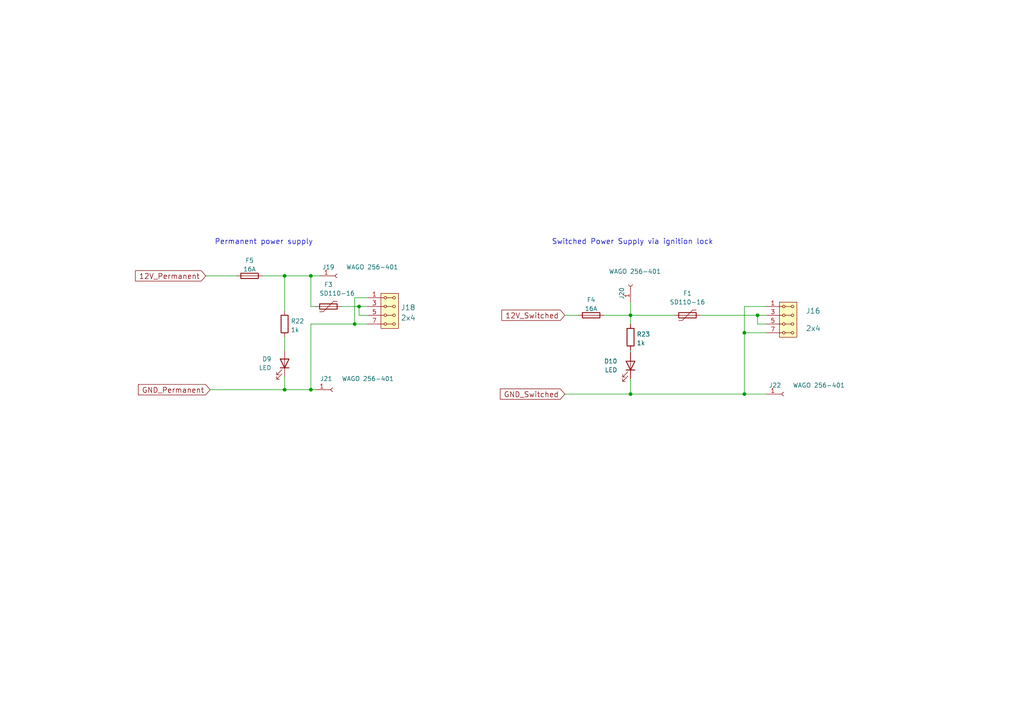
<source format=kicad_sch>
(kicad_sch (version 20211123) (generator eeschema)
  (paper "A4")
  (title_block (title "ISO11446PWR01") (date "%d. %m. %Y") (rev "A") (company "Mlab www.mlab.cz") (comment 1 "Car trailer emulator and\\nPower source with signals output"))
  (lib_symbols
    (symbol "Connector:Conn_01x01_Female" (pin_names (offset 1.016) hide)
      (property "Reference" "J" (at 0 2.54 0))
      (property "Value" "Conn_01x01_Female" (at 0 -2.54 0))
      (symbol "Conn_01x01_Female_1_1"
        (polyline (pts (xy -1.27 0) (xy -0.508 0)) (stroke (width 0.1524)))
        (arc (start 0 0.508) (mid -0.508 0) (end 0 -0.508) (stroke (width 0.1524)))
        (pin passive line (at -5.08 0 0) (length 3.81) (name "Pin_1") (number "1"))
      )
    )
    (symbol "Device:Fuse" (pin_numbers hide) (pin_names (offset 0))
      (property "Reference" "F" (at 2.032 0 90))
      (property "Value" "Fuse" (at -1.905 0 90))
      (symbol "Fuse_0_1"
        (rectangle (start -0.762 -2.54) (end 0.762 2.54) (stroke (width 0.254)))
        (polyline (pts (xy 0 2.54) (xy 0 -2.54)))
      )
      (symbol "Fuse_1_1"
        (pin passive line (at 0 3.81 270) (length 1.27) (name "~") (number "1"))
        (pin passive line (at 0 -3.81 90) (length 1.27) (name "~") (number "2"))
      )
    )
    (symbol "Device:LED" (pin_numbers hide) (pin_names (offset 1.016) hide)
      (property "Reference" "D" (at 0 2.54 0))
      (property "Value" "LED" (at 0 -2.54 0))
      (symbol "LED_0_1"
        (polyline (pts (xy -1.27 -1.27) (xy -1.27 1.27)) (stroke (width 0.254)))
        (polyline (pts (xy -1.27 0) (xy 1.27 0)))
        (polyline (pts (xy 1.27 -1.27) (xy 1.27 1.27) (xy -1.27 0) (xy 1.27 -1.27)) (stroke (width 0.254)))
        (polyline (pts (xy -3.048 -0.762) (xy -4.572 -2.286) (xy -3.81 -2.286) (xy -4.572 -2.286) (xy -4.572 -1.524)))
        (polyline (pts (xy -1.778 -0.762) (xy -3.302 -2.286) (xy -2.54 -2.286) (xy -3.302 -2.286) (xy -3.302 -1.524)))
      )
      (symbol "LED_1_1"
        (pin passive line (at -3.81 0 0) (length 2.54) (name "K") (number "1"))
        (pin passive line (at 3.81 0 180) (length 2.54) (name "A") (number "2"))
      )
    )
    (symbol "Device:Polyfuse" (pin_numbers hide) (pin_names (offset 0))
      (property "Reference" "F" (at -2.54 0 90))
      (property "Value" "Polyfuse" (at 2.54 0 90))
      (symbol "Polyfuse_0_1"
        (rectangle (start -0.762 2.54) (end 0.762 -2.54) (stroke (width 0.254)))
        (polyline (pts (xy 0 2.54) (xy 0 -2.54)))
        (polyline (pts (xy -1.524 2.54) (xy -1.524 1.524) (xy 1.524 -1.524) (xy 1.524 -2.54)))
      )
      (symbol "Polyfuse_1_1"
        (pin passive line (at 0 3.81 270) (length 1.27) (name "~") (number "1"))
        (pin passive line (at 0 -3.81 90) (length 1.27) (name "~") (number "2"))
      )
    )
    (symbol "Device:R" (pin_numbers hide) (pin_names (offset 0))
      (property "Reference" "R" (at 2.032 0 90))
      (property "Value" "R" (at 0 0 90))
      (symbol "R_0_1"
        (rectangle (start -1.016 -2.54) (end 1.016 2.54) (stroke (width 0.254)))
      )
      (symbol "R_1_1"
        (pin passive line (at 0 3.81 270) (length 1.27) (name "~") (number "1"))
        (pin passive line (at 0 -3.81 90) (length 1.27) (name "~") (number "2"))
      )
    )
    (symbol "MLAB_HEADER:HEADER_2x04_PARALLEL" (pin_names (offset 1.016))
      (property "Reference" "J" (at 0 -6.35 0))
      (property "Value" "HEADER_2x04_PARALLEL" (at 0 6.35 0))
      (symbol "HEADER_2x04_PARALLEL_0_1"
        (rectangle (start -2.54 5.08) (end 2.54 -5.08) (fill (type background)))
        (circle (center -1.27 -3.81) (radius 0.381))
        (circle (center -1.27 -1.27) (radius 0.381))
        (circle (center -1.27 1.27) (radius 0.381))
        (circle (center -1.27 3.81) (radius 0.381))
        (polyline (pts (xy -1.651 -3.81) (xy -2.54 -3.81)))
        (polyline (pts (xy -1.651 -1.27) (xy -2.54 -1.27)))
        (polyline (pts (xy -1.651 1.27) (xy -2.54 1.27)))
        (polyline (pts (xy -1.651 3.81) (xy -2.54 3.81)))
        (polyline (pts (xy -0.889 -3.81) (xy 0.889 -3.81)))
        (polyline (pts (xy -0.889 -1.27) (xy 0.889 -1.27)))
        (polyline (pts (xy -0.889 1.27) (xy 0.889 1.27)))
        (polyline (pts (xy -0.889 3.81) (xy 0.889 3.81)))
        (circle (center 1.27 -3.81) (radius 0.381))
        (circle (center 1.27 -1.27) (radius 0.381))
        (circle (center 1.27 1.27) (radius 0.381))
        (circle (center 1.27 3.81) (radius 0.381))
      )
      (symbol "HEADER_2x04_PARALLEL_1_1"
        (pin input line (at -6.35 3.81 0) (length 3.81) (name "~") (number "1"))
        (pin input line (at -6.35 3.81 0) (length 3.81) hide (name "~") (number "2"))
        (pin input line (at -6.35 1.27 0) (length 3.81) (name "~") (number "3"))
        (pin input line (at -6.35 1.27 0) (length 3.81) hide (name "~") (number "4"))
        (pin input line (at -6.35 -1.27 0) (length 3.81) (name "~") (number "5"))
        (pin input line (at -6.35 -1.27 0) (length 3.81) hide (name "~") (number "6"))
        (pin input line (at -6.35 -3.81 0) (length 3.81) (name "~") (number "7"))
        (pin input line (at -6.35 -3.81 0) (length 3.81) hide (name "~") (number "8"))
      )
    )
  )
  (junction (at 104.14 88.9))
  (junction (at 182.88 114.3))
  (junction (at 82.55 113.03))
  (junction (at 102.87 93.98))
  (junction (at 182.88 91.44))
  (junction (at 82.55 80.01))
  (junction (at 219.71 91.44))
  (junction (at 215.9 96.52))
  (junction (at 215.9 114.3))
  (junction (at 90.17 80.01))
  (junction (at 90.17 113.03))
  (wire (pts (xy 222.25 88.9) (xy 215.9 88.9)))
  (wire (pts (xy 219.71 93.98) (xy 219.71 91.44)))
  (wire (pts (xy 104.14 88.9) (xy 106.68 88.9)))
  (wire (pts (xy 219.71 91.44) (xy 222.25 91.44)))
  (wire (pts (xy 163.83 91.44) (xy 167.64 91.44)))
  (wire (pts (xy 90.17 93.98) (xy 90.17 113.03)))
  (wire (pts (xy 59.69 80.01) (xy 68.58 80.01)))
  (wire (pts (xy 104.14 91.44) (xy 106.68 91.44)))
  (wire (pts (xy 90.17 88.9) (xy 91.44 88.9)))
  (wire (pts (xy 76.2 80.01) (xy 82.55 80.01)))
  (wire (pts (xy 215.9 114.3) (xy 222.25 114.3)))
  (wire (pts (xy 163.83 114.3) (xy 182.88 114.3)))
  (wire (pts (xy 82.55 109.22) (xy 82.55 113.03)))
  (wire (pts (xy 102.87 93.98) (xy 90.17 93.98)))
  (wire (pts (xy 82.55 97.79) (xy 82.55 101.6)))
  (wire (pts (xy 215.9 88.9) (xy 215.9 96.52)))
  (wire (pts (xy 102.87 93.98) (xy 106.68 93.98)))
  (wire (pts (xy 102.87 86.36) (xy 102.87 93.98)))
  (wire (pts (xy 90.17 80.01) (xy 92.71 80.01)))
  (wire (pts (xy 90.17 88.9) (xy 90.17 80.01)))
  (wire (pts (xy 203.2 91.44) (xy 219.71 91.44)))
  (wire (pts (xy 215.9 96.52) (xy 215.9 114.3)))
  (wire (pts (xy 215.9 96.52) (xy 222.25 96.52)))
  (wire (pts (xy 182.88 109.855) (xy 182.88 114.3)))
  (wire (pts (xy 182.88 91.44) (xy 195.58 91.44)))
  (wire (pts (xy 90.17 113.03) (xy 91.44 113.03)))
  (wire (pts (xy 182.88 87.63) (xy 182.88 91.44)))
  (wire (pts (xy 182.88 91.44) (xy 182.88 93.98)))
  (wire (pts (xy 82.55 113.03) (xy 90.17 113.03)))
  (wire (pts (xy 60.96 113.03) (xy 82.55 113.03)))
  (wire (pts (xy 82.55 80.01) (xy 82.55 90.17)))
  (wire (pts (xy 182.88 101.6) (xy 182.88 102.235)))
  (wire (pts (xy 175.26 91.44) (xy 182.88 91.44)))
  (wire (pts (xy 104.14 88.9) (xy 104.14 91.44)))
  (wire (pts (xy 222.25 93.98) (xy 219.71 93.98)))
  (wire (pts (xy 182.88 114.3) (xy 215.9 114.3)))
  (wire (pts (xy 99.06 88.9) (xy 104.14 88.9)))
  (wire (pts (xy 82.55 80.01) (xy 90.17 80.01)))
  (wire (pts (xy 106.68 86.36) (xy 102.87 86.36)))
  (text "Permanent power supply" (at 62.23 71.12 0) (effects (font (size 1.524 1.524)) (justify left bottom)))
  (text "Switched Power Supply via ignition lock" (at 160.02 71.12 0) (effects (font (size 1.524 1.524)) (justify left bottom)))
  (global_label "GND_Switched" (shape input) (at 163.83 114.3 180) (effects (font (size 1.524 1.524))) (property "Reference mezi listy" "${INTERSHEET_REFS}" (effects hide)))
  (global_label "12V_Switched" (shape input) (at 163.83 91.44 180) (effects (font (size 1.524 1.524))) (property "Reference mezi listy" "${INTERSHEET_REFS}" (effects hide)))
  (global_label "12V_Permanent" (shape input) (at 59.69 80.01 180) (effects (font (size 1.524 1.524))) (property "Reference mezi listy" "${INTERSHEET_REFS}" (effects hide)))
  (global_label "GND_Permanent" (shape input) (at 60.96 113.03 180) (effects (font (size 1.524 1.524))) (property "Reference mezi listy" "${INTERSHEET_REFS}" (effects hide)))
  (symbol (lib_id "Connector:Conn_01x01_Female") (at 97.79 80.01 0) (unit 1)
    (property "Reference" "J19" (at 95.25 77.47 0))
    (property "Value" "WAGO 256-401" (at 107.95 77.47 0))
    (property "Footprint" "Mlab_CON:WAGO256" (effects hide))
  )
  (symbol (lib_id "Device:Polyfuse") (at 95.25 88.9 90) (unit 1)
    (property "Reference" "F3" (at 95.25 82.55 90))
    (property "Value" "SD110-16" (at 97.79 85.09 90))
    (property "Footprint" "Mlab_F:1812" (effects hide))
  )
  (symbol (lib_id "Connector:Conn_01x01_Female") (at 182.88 82.55 90) (unit 1)
    (property "Reference" "J20" (at 180.34 85.09 0))
    (property "Value" "WAGO 256-401" (at 184.15 78.74 90))
    (property "Footprint" "Mlab_CON:WAGO256" (effects hide))
  )
  (symbol (lib_id "Device:Fuse") (at 171.45 91.44 270) (unit 1)
    (property "Reference" "F4" (at 171.45 86.9782 90))
    (property "Value" "16A" (at 171.45 89.5151 90))
    (property "Footprint" "Mlab_CON:Fuse-Keystone-3557-2" (effects hide))
    (property "Datasheet" "https://www.tme.eu/cz/details/keys3557-2/automobilni-pojistkova-pouzdra/keystone/3557-2/" (effects hide))
  )
  (symbol (lib_id "Device:LED") (at 82.55 105.41 270) (mirror x) (unit 1)
    (property "Reference" "D9" (at 78.74 104.14 90) (effects (justify right)))
    (property "Value" "LED" (at 78.74 106.68 90) (effects (justify right)))
    (property "Footprint" "Mlab_D:LED_1206" (effects hide))
  )
  (symbol (lib_id "Connector:Conn_01x01_Female") (at 96.52 113.03 0) (unit 1)
    (property "Reference" "J21" (at 94.615 109.855 0))
    (property "Value" "WAGO 256-401" (at 106.68 109.855 0))
    (property "Footprint" "Mlab_CON:WAGO256" (effects hide))
  )
  (symbol (lib_id "Device:Polyfuse") (at 199.39 91.44 90) (unit 1)
    (property "Reference" "F1" (at 199.39 85.09 90))
    (property "Value" "SD110-16" (at 199.39 87.63 90))
    (property "Footprint" "Mlab_F:1812" (effects hide))
  )
  (symbol (lib_id "Connector:Conn_01x01_Female") (at 227.33 114.3 0) (unit 1)
    (property "Reference" "J22" (at 224.79 111.76 0))
    (property "Value" "WAGO 256-401" (at 237.49 111.76 0))
    (property "Footprint" "Mlab_CON:WAGO256" (effects hide))
  )
  (symbol (lib_id "Device:Fuse") (at 72.39 80.01 90) (unit 1)
    (property "Reference" "F5" (at 72.39 75.5482 90))
    (property "Value" "16A" (at 72.39 78.0851 90))
    (property "Footprint" "Mlab_CON:Fuse-Keystone-3557-2" (effects hide))
    (property "Datasheet" "https://www.tme.eu/cz/details/keys3557-2/automobilni-pojistkova-pouzdra/keystone/3557-2/" (effects hide))
  )
  (symbol (lib_id "Device:R") (at 182.88 97.79 0) (unit 1)
    (property "Reference" "R23" (at 184.658 96.9553 0) (effects (justify left)))
    (property "Value" "1k" (at 184.658 99.4922 0) (effects (justify left)))
    (property "Footprint" "Mlab_R:SMD-0805" (effects hide))
  )
  (symbol (lib_id "MLAB_HEADER:HEADER_2x04_PARALLEL") (at 113.03 90.17 0) (unit 1)
    (property "Reference" "J18" (at 116.205 89.1938 0) (effects (font (size 1.524 1.524)) (justify left)))
    (property "Value" "2x4" (at 116.205 92.1872 0) (effects (font (size 1.524 1.524)) (justify left)))
    (property "Footprint" "Mlab_Pin_Headers:Straight_2x04" (effects hide))
  )
  (symbol (lib_id "Device:LED") (at 182.88 106.045 270) (mirror x) (unit 1)
    (property "Reference" "D10" (at 179.07 104.775 90) (effects (justify right)))
    (property "Value" "LED" (at 179.07 107.315 90) (effects (justify right)))
    (property "Footprint" "Mlab_D:LED_1206" (effects hide))
  )
  (symbol (lib_id "MLAB_HEADER:HEADER_2x04_PARALLEL") (at 228.6 92.71 0) (unit 1)
    (property "Reference" "J16" (at 233.68 90.17 0) (effects (font (size 1.524 1.524)) (justify left)))
    (property "Value" "2x4" (at 233.68 95.25 0) (effects (font (size 1.524 1.524)) (justify left)))
    (property "Footprint" "Mlab_Pin_Headers:Straight_2x04" (effects hide))
  )
  (symbol (lib_id "Device:R") (at 82.55 93.98 0) (unit 1)
    (property "Reference" "R22" (at 84.328 93.1453 0) (effects (justify left)))
    (property "Value" "1k" (at 84.328 95.6822 0) (effects (justify left)))
    (property "Footprint" "Mlab_R:SMD-0805" (effects hide))
  )
)
</source>
